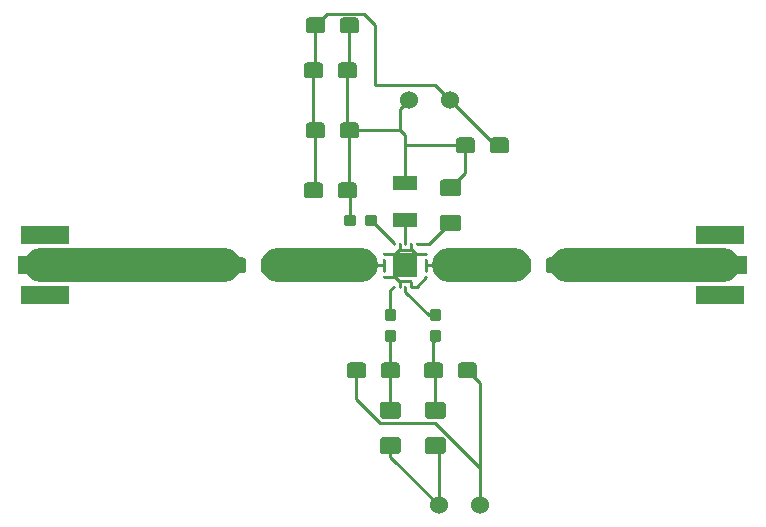
<source format=gbr>
G04 #@! TF.GenerationSoftware,KiCad,Pcbnew,5.1.2-f72e74a~84~ubuntu18.04.1*
G04 #@! TF.CreationDate,2019-07-08T14:48:40+02:00*
G04 #@! TF.ProjectId,ampli_rf_kicad,616d706c-695f-4726-965f-6b696361642e,rev?*
G04 #@! TF.SameCoordinates,Original*
G04 #@! TF.FileFunction,Copper,L1,Top*
G04 #@! TF.FilePolarity,Positive*
%FSLAX46Y46*%
G04 Gerber Fmt 4.6, Leading zero omitted, Abs format (unit mm)*
G04 Created by KiCad (PCBNEW 5.1.2-f72e74a~84~ubuntu18.04.1) date 2019-07-08 14:48:40*
%MOMM*%
%LPD*%
G04 APERTURE LIST*
%ADD10R,4.060000X1.520000*%
%ADD11R,4.600000X1.520000*%
%ADD12C,1.524000*%
%ADD13R,2.150000X2.150000*%
%ADD14R,0.230000X0.230000*%
%ADD15C,0.100000*%
%ADD16C,1.425000*%
%ADD17C,0.950000*%
%ADD18R,2.000000X1.200000*%
%ADD19C,1.350000*%
%ADD20C,0.800000*%
%ADD21C,0.250000*%
%ADD22C,2.900000*%
G04 APERTURE END LIST*
D10*
X173990000Y-127000000D03*
X173990000Y-121920000D03*
D11*
X173990000Y-124460000D03*
D10*
X116840000Y-121920000D03*
X116840000Y-127000000D03*
D11*
X116840000Y-124460000D03*
D12*
X153670000Y-144780000D03*
X150170000Y-144780000D03*
D13*
X147320000Y-124460000D03*
D14*
X146320000Y-122675000D03*
X146820000Y-122675000D03*
X147320000Y-122675000D03*
X147820000Y-122675000D03*
X148320000Y-122675000D03*
X149105000Y-123460000D03*
X149105000Y-123960000D03*
X149105000Y-124460000D03*
X149105000Y-124960000D03*
X149105000Y-125460000D03*
X148320000Y-126245000D03*
X147820000Y-126245000D03*
X147320000Y-126245000D03*
X146820000Y-126245000D03*
X146320000Y-126245000D03*
X145535000Y-125460000D03*
X145535000Y-124960000D03*
X145535000Y-124460000D03*
X145535000Y-123960000D03*
X145535000Y-123460000D03*
D15*
G36*
X150509504Y-138988704D02*
G01*
X150533773Y-138992304D01*
X150557571Y-138998265D01*
X150580671Y-139006530D01*
X150602849Y-139017020D01*
X150623893Y-139029633D01*
X150643598Y-139044247D01*
X150661777Y-139060723D01*
X150678253Y-139078902D01*
X150692867Y-139098607D01*
X150705480Y-139119651D01*
X150715970Y-139141829D01*
X150724235Y-139164929D01*
X150730196Y-139188727D01*
X150733796Y-139212996D01*
X150735000Y-139237500D01*
X150735000Y-140162500D01*
X150733796Y-140187004D01*
X150730196Y-140211273D01*
X150724235Y-140235071D01*
X150715970Y-140258171D01*
X150705480Y-140280349D01*
X150692867Y-140301393D01*
X150678253Y-140321098D01*
X150661777Y-140339277D01*
X150643598Y-140355753D01*
X150623893Y-140370367D01*
X150602849Y-140382980D01*
X150580671Y-140393470D01*
X150557571Y-140401735D01*
X150533773Y-140407696D01*
X150509504Y-140411296D01*
X150485000Y-140412500D01*
X149235000Y-140412500D01*
X149210496Y-140411296D01*
X149186227Y-140407696D01*
X149162429Y-140401735D01*
X149139329Y-140393470D01*
X149117151Y-140382980D01*
X149096107Y-140370367D01*
X149076402Y-140355753D01*
X149058223Y-140339277D01*
X149041747Y-140321098D01*
X149027133Y-140301393D01*
X149014520Y-140280349D01*
X149004030Y-140258171D01*
X148995765Y-140235071D01*
X148989804Y-140211273D01*
X148986204Y-140187004D01*
X148985000Y-140162500D01*
X148985000Y-139237500D01*
X148986204Y-139212996D01*
X148989804Y-139188727D01*
X148995765Y-139164929D01*
X149004030Y-139141829D01*
X149014520Y-139119651D01*
X149027133Y-139098607D01*
X149041747Y-139078902D01*
X149058223Y-139060723D01*
X149076402Y-139044247D01*
X149096107Y-139029633D01*
X149117151Y-139017020D01*
X149139329Y-139006530D01*
X149162429Y-138998265D01*
X149186227Y-138992304D01*
X149210496Y-138988704D01*
X149235000Y-138987500D01*
X150485000Y-138987500D01*
X150509504Y-138988704D01*
X150509504Y-138988704D01*
G37*
D16*
X149860000Y-139700000D03*
D15*
G36*
X150509504Y-136013704D02*
G01*
X150533773Y-136017304D01*
X150557571Y-136023265D01*
X150580671Y-136031530D01*
X150602849Y-136042020D01*
X150623893Y-136054633D01*
X150643598Y-136069247D01*
X150661777Y-136085723D01*
X150678253Y-136103902D01*
X150692867Y-136123607D01*
X150705480Y-136144651D01*
X150715970Y-136166829D01*
X150724235Y-136189929D01*
X150730196Y-136213727D01*
X150733796Y-136237996D01*
X150735000Y-136262500D01*
X150735000Y-137187500D01*
X150733796Y-137212004D01*
X150730196Y-137236273D01*
X150724235Y-137260071D01*
X150715970Y-137283171D01*
X150705480Y-137305349D01*
X150692867Y-137326393D01*
X150678253Y-137346098D01*
X150661777Y-137364277D01*
X150643598Y-137380753D01*
X150623893Y-137395367D01*
X150602849Y-137407980D01*
X150580671Y-137418470D01*
X150557571Y-137426735D01*
X150533773Y-137432696D01*
X150509504Y-137436296D01*
X150485000Y-137437500D01*
X149235000Y-137437500D01*
X149210496Y-137436296D01*
X149186227Y-137432696D01*
X149162429Y-137426735D01*
X149139329Y-137418470D01*
X149117151Y-137407980D01*
X149096107Y-137395367D01*
X149076402Y-137380753D01*
X149058223Y-137364277D01*
X149041747Y-137346098D01*
X149027133Y-137326393D01*
X149014520Y-137305349D01*
X149004030Y-137283171D01*
X148995765Y-137260071D01*
X148989804Y-137236273D01*
X148986204Y-137212004D01*
X148985000Y-137187500D01*
X148985000Y-136262500D01*
X148986204Y-136237996D01*
X148989804Y-136213727D01*
X148995765Y-136189929D01*
X149004030Y-136166829D01*
X149014520Y-136144651D01*
X149027133Y-136123607D01*
X149041747Y-136103902D01*
X149058223Y-136085723D01*
X149076402Y-136069247D01*
X149096107Y-136054633D01*
X149117151Y-136042020D01*
X149139329Y-136031530D01*
X149162429Y-136023265D01*
X149186227Y-136017304D01*
X149210496Y-136013704D01*
X149235000Y-136012500D01*
X150485000Y-136012500D01*
X150509504Y-136013704D01*
X150509504Y-136013704D01*
G37*
D16*
X149860000Y-136725000D03*
D15*
G36*
X146699504Y-138988704D02*
G01*
X146723773Y-138992304D01*
X146747571Y-138998265D01*
X146770671Y-139006530D01*
X146792849Y-139017020D01*
X146813893Y-139029633D01*
X146833598Y-139044247D01*
X146851777Y-139060723D01*
X146868253Y-139078902D01*
X146882867Y-139098607D01*
X146895480Y-139119651D01*
X146905970Y-139141829D01*
X146914235Y-139164929D01*
X146920196Y-139188727D01*
X146923796Y-139212996D01*
X146925000Y-139237500D01*
X146925000Y-140162500D01*
X146923796Y-140187004D01*
X146920196Y-140211273D01*
X146914235Y-140235071D01*
X146905970Y-140258171D01*
X146895480Y-140280349D01*
X146882867Y-140301393D01*
X146868253Y-140321098D01*
X146851777Y-140339277D01*
X146833598Y-140355753D01*
X146813893Y-140370367D01*
X146792849Y-140382980D01*
X146770671Y-140393470D01*
X146747571Y-140401735D01*
X146723773Y-140407696D01*
X146699504Y-140411296D01*
X146675000Y-140412500D01*
X145425000Y-140412500D01*
X145400496Y-140411296D01*
X145376227Y-140407696D01*
X145352429Y-140401735D01*
X145329329Y-140393470D01*
X145307151Y-140382980D01*
X145286107Y-140370367D01*
X145266402Y-140355753D01*
X145248223Y-140339277D01*
X145231747Y-140321098D01*
X145217133Y-140301393D01*
X145204520Y-140280349D01*
X145194030Y-140258171D01*
X145185765Y-140235071D01*
X145179804Y-140211273D01*
X145176204Y-140187004D01*
X145175000Y-140162500D01*
X145175000Y-139237500D01*
X145176204Y-139212996D01*
X145179804Y-139188727D01*
X145185765Y-139164929D01*
X145194030Y-139141829D01*
X145204520Y-139119651D01*
X145217133Y-139098607D01*
X145231747Y-139078902D01*
X145248223Y-139060723D01*
X145266402Y-139044247D01*
X145286107Y-139029633D01*
X145307151Y-139017020D01*
X145329329Y-139006530D01*
X145352429Y-138998265D01*
X145376227Y-138992304D01*
X145400496Y-138988704D01*
X145425000Y-138987500D01*
X146675000Y-138987500D01*
X146699504Y-138988704D01*
X146699504Y-138988704D01*
G37*
D16*
X146050000Y-139700000D03*
D15*
G36*
X146699504Y-136013704D02*
G01*
X146723773Y-136017304D01*
X146747571Y-136023265D01*
X146770671Y-136031530D01*
X146792849Y-136042020D01*
X146813893Y-136054633D01*
X146833598Y-136069247D01*
X146851777Y-136085723D01*
X146868253Y-136103902D01*
X146882867Y-136123607D01*
X146895480Y-136144651D01*
X146905970Y-136166829D01*
X146914235Y-136189929D01*
X146920196Y-136213727D01*
X146923796Y-136237996D01*
X146925000Y-136262500D01*
X146925000Y-137187500D01*
X146923796Y-137212004D01*
X146920196Y-137236273D01*
X146914235Y-137260071D01*
X146905970Y-137283171D01*
X146895480Y-137305349D01*
X146882867Y-137326393D01*
X146868253Y-137346098D01*
X146851777Y-137364277D01*
X146833598Y-137380753D01*
X146813893Y-137395367D01*
X146792849Y-137407980D01*
X146770671Y-137418470D01*
X146747571Y-137426735D01*
X146723773Y-137432696D01*
X146699504Y-137436296D01*
X146675000Y-137437500D01*
X145425000Y-137437500D01*
X145400496Y-137436296D01*
X145376227Y-137432696D01*
X145352429Y-137426735D01*
X145329329Y-137418470D01*
X145307151Y-137407980D01*
X145286107Y-137395367D01*
X145266402Y-137380753D01*
X145248223Y-137364277D01*
X145231747Y-137346098D01*
X145217133Y-137326393D01*
X145204520Y-137305349D01*
X145194030Y-137283171D01*
X145185765Y-137260071D01*
X145179804Y-137236273D01*
X145176204Y-137212004D01*
X145175000Y-137187500D01*
X145175000Y-136262500D01*
X145176204Y-136237996D01*
X145179804Y-136213727D01*
X145185765Y-136189929D01*
X145194030Y-136166829D01*
X145204520Y-136144651D01*
X145217133Y-136123607D01*
X145231747Y-136103902D01*
X145248223Y-136085723D01*
X145266402Y-136069247D01*
X145286107Y-136054633D01*
X145307151Y-136042020D01*
X145329329Y-136031530D01*
X145352429Y-136023265D01*
X145376227Y-136017304D01*
X145400496Y-136013704D01*
X145425000Y-136012500D01*
X146675000Y-136012500D01*
X146699504Y-136013704D01*
X146699504Y-136013704D01*
G37*
D16*
X146050000Y-136725000D03*
D15*
G36*
X151779504Y-120156204D02*
G01*
X151803773Y-120159804D01*
X151827571Y-120165765D01*
X151850671Y-120174030D01*
X151872849Y-120184520D01*
X151893893Y-120197133D01*
X151913598Y-120211747D01*
X151931777Y-120228223D01*
X151948253Y-120246402D01*
X151962867Y-120266107D01*
X151975480Y-120287151D01*
X151985970Y-120309329D01*
X151994235Y-120332429D01*
X152000196Y-120356227D01*
X152003796Y-120380496D01*
X152005000Y-120405000D01*
X152005000Y-121330000D01*
X152003796Y-121354504D01*
X152000196Y-121378773D01*
X151994235Y-121402571D01*
X151985970Y-121425671D01*
X151975480Y-121447849D01*
X151962867Y-121468893D01*
X151948253Y-121488598D01*
X151931777Y-121506777D01*
X151913598Y-121523253D01*
X151893893Y-121537867D01*
X151872849Y-121550480D01*
X151850671Y-121560970D01*
X151827571Y-121569235D01*
X151803773Y-121575196D01*
X151779504Y-121578796D01*
X151755000Y-121580000D01*
X150505000Y-121580000D01*
X150480496Y-121578796D01*
X150456227Y-121575196D01*
X150432429Y-121569235D01*
X150409329Y-121560970D01*
X150387151Y-121550480D01*
X150366107Y-121537867D01*
X150346402Y-121523253D01*
X150328223Y-121506777D01*
X150311747Y-121488598D01*
X150297133Y-121468893D01*
X150284520Y-121447849D01*
X150274030Y-121425671D01*
X150265765Y-121402571D01*
X150259804Y-121378773D01*
X150256204Y-121354504D01*
X150255000Y-121330000D01*
X150255000Y-120405000D01*
X150256204Y-120380496D01*
X150259804Y-120356227D01*
X150265765Y-120332429D01*
X150274030Y-120309329D01*
X150284520Y-120287151D01*
X150297133Y-120266107D01*
X150311747Y-120246402D01*
X150328223Y-120228223D01*
X150346402Y-120211747D01*
X150366107Y-120197133D01*
X150387151Y-120184520D01*
X150409329Y-120174030D01*
X150432429Y-120165765D01*
X150456227Y-120159804D01*
X150480496Y-120156204D01*
X150505000Y-120155000D01*
X151755000Y-120155000D01*
X151779504Y-120156204D01*
X151779504Y-120156204D01*
G37*
D16*
X151130000Y-120867500D03*
D15*
G36*
X151779504Y-117181204D02*
G01*
X151803773Y-117184804D01*
X151827571Y-117190765D01*
X151850671Y-117199030D01*
X151872849Y-117209520D01*
X151893893Y-117222133D01*
X151913598Y-117236747D01*
X151931777Y-117253223D01*
X151948253Y-117271402D01*
X151962867Y-117291107D01*
X151975480Y-117312151D01*
X151985970Y-117334329D01*
X151994235Y-117357429D01*
X152000196Y-117381227D01*
X152003796Y-117405496D01*
X152005000Y-117430000D01*
X152005000Y-118355000D01*
X152003796Y-118379504D01*
X152000196Y-118403773D01*
X151994235Y-118427571D01*
X151985970Y-118450671D01*
X151975480Y-118472849D01*
X151962867Y-118493893D01*
X151948253Y-118513598D01*
X151931777Y-118531777D01*
X151913598Y-118548253D01*
X151893893Y-118562867D01*
X151872849Y-118575480D01*
X151850671Y-118585970D01*
X151827571Y-118594235D01*
X151803773Y-118600196D01*
X151779504Y-118603796D01*
X151755000Y-118605000D01*
X150505000Y-118605000D01*
X150480496Y-118603796D01*
X150456227Y-118600196D01*
X150432429Y-118594235D01*
X150409329Y-118585970D01*
X150387151Y-118575480D01*
X150366107Y-118562867D01*
X150346402Y-118548253D01*
X150328223Y-118531777D01*
X150311747Y-118513598D01*
X150297133Y-118493893D01*
X150284520Y-118472849D01*
X150274030Y-118450671D01*
X150265765Y-118427571D01*
X150259804Y-118403773D01*
X150256204Y-118379504D01*
X150255000Y-118355000D01*
X150255000Y-117430000D01*
X150256204Y-117405496D01*
X150259804Y-117381227D01*
X150265765Y-117357429D01*
X150274030Y-117334329D01*
X150284520Y-117312151D01*
X150297133Y-117291107D01*
X150311747Y-117271402D01*
X150328223Y-117253223D01*
X150346402Y-117236747D01*
X150366107Y-117222133D01*
X150387151Y-117209520D01*
X150409329Y-117199030D01*
X150432429Y-117190765D01*
X150456227Y-117184804D01*
X150480496Y-117181204D01*
X150505000Y-117180000D01*
X151755000Y-117180000D01*
X151779504Y-117181204D01*
X151779504Y-117181204D01*
G37*
D16*
X151130000Y-117892500D03*
D15*
G36*
X146310779Y-129891144D02*
G01*
X146333834Y-129894563D01*
X146356443Y-129900227D01*
X146378387Y-129908079D01*
X146399457Y-129918044D01*
X146419448Y-129930026D01*
X146438168Y-129943910D01*
X146455438Y-129959562D01*
X146471090Y-129976832D01*
X146484974Y-129995552D01*
X146496956Y-130015543D01*
X146506921Y-130036613D01*
X146514773Y-130058557D01*
X146520437Y-130081166D01*
X146523856Y-130104221D01*
X146525000Y-130127500D01*
X146525000Y-130702500D01*
X146523856Y-130725779D01*
X146520437Y-130748834D01*
X146514773Y-130771443D01*
X146506921Y-130793387D01*
X146496956Y-130814457D01*
X146484974Y-130834448D01*
X146471090Y-130853168D01*
X146455438Y-130870438D01*
X146438168Y-130886090D01*
X146419448Y-130899974D01*
X146399457Y-130911956D01*
X146378387Y-130921921D01*
X146356443Y-130929773D01*
X146333834Y-130935437D01*
X146310779Y-130938856D01*
X146287500Y-130940000D01*
X145812500Y-130940000D01*
X145789221Y-130938856D01*
X145766166Y-130935437D01*
X145743557Y-130929773D01*
X145721613Y-130921921D01*
X145700543Y-130911956D01*
X145680552Y-130899974D01*
X145661832Y-130886090D01*
X145644562Y-130870438D01*
X145628910Y-130853168D01*
X145615026Y-130834448D01*
X145603044Y-130814457D01*
X145593079Y-130793387D01*
X145585227Y-130771443D01*
X145579563Y-130748834D01*
X145576144Y-130725779D01*
X145575000Y-130702500D01*
X145575000Y-130127500D01*
X145576144Y-130104221D01*
X145579563Y-130081166D01*
X145585227Y-130058557D01*
X145593079Y-130036613D01*
X145603044Y-130015543D01*
X145615026Y-129995552D01*
X145628910Y-129976832D01*
X145644562Y-129959562D01*
X145661832Y-129943910D01*
X145680552Y-129930026D01*
X145700543Y-129918044D01*
X145721613Y-129908079D01*
X145743557Y-129900227D01*
X145766166Y-129894563D01*
X145789221Y-129891144D01*
X145812500Y-129890000D01*
X146287500Y-129890000D01*
X146310779Y-129891144D01*
X146310779Y-129891144D01*
G37*
D17*
X146050000Y-130415000D03*
D15*
G36*
X146310779Y-128141144D02*
G01*
X146333834Y-128144563D01*
X146356443Y-128150227D01*
X146378387Y-128158079D01*
X146399457Y-128168044D01*
X146419448Y-128180026D01*
X146438168Y-128193910D01*
X146455438Y-128209562D01*
X146471090Y-128226832D01*
X146484974Y-128245552D01*
X146496956Y-128265543D01*
X146506921Y-128286613D01*
X146514773Y-128308557D01*
X146520437Y-128331166D01*
X146523856Y-128354221D01*
X146525000Y-128377500D01*
X146525000Y-128952500D01*
X146523856Y-128975779D01*
X146520437Y-128998834D01*
X146514773Y-129021443D01*
X146506921Y-129043387D01*
X146496956Y-129064457D01*
X146484974Y-129084448D01*
X146471090Y-129103168D01*
X146455438Y-129120438D01*
X146438168Y-129136090D01*
X146419448Y-129149974D01*
X146399457Y-129161956D01*
X146378387Y-129171921D01*
X146356443Y-129179773D01*
X146333834Y-129185437D01*
X146310779Y-129188856D01*
X146287500Y-129190000D01*
X145812500Y-129190000D01*
X145789221Y-129188856D01*
X145766166Y-129185437D01*
X145743557Y-129179773D01*
X145721613Y-129171921D01*
X145700543Y-129161956D01*
X145680552Y-129149974D01*
X145661832Y-129136090D01*
X145644562Y-129120438D01*
X145628910Y-129103168D01*
X145615026Y-129084448D01*
X145603044Y-129064457D01*
X145593079Y-129043387D01*
X145585227Y-129021443D01*
X145579563Y-128998834D01*
X145576144Y-128975779D01*
X145575000Y-128952500D01*
X145575000Y-128377500D01*
X145576144Y-128354221D01*
X145579563Y-128331166D01*
X145585227Y-128308557D01*
X145593079Y-128286613D01*
X145603044Y-128265543D01*
X145615026Y-128245552D01*
X145628910Y-128226832D01*
X145644562Y-128209562D01*
X145661832Y-128193910D01*
X145680552Y-128180026D01*
X145700543Y-128168044D01*
X145721613Y-128158079D01*
X145743557Y-128150227D01*
X145766166Y-128144563D01*
X145789221Y-128141144D01*
X145812500Y-128140000D01*
X146287500Y-128140000D01*
X146310779Y-128141144D01*
X146310779Y-128141144D01*
G37*
D17*
X146050000Y-128665000D03*
D15*
G36*
X150120779Y-129891144D02*
G01*
X150143834Y-129894563D01*
X150166443Y-129900227D01*
X150188387Y-129908079D01*
X150209457Y-129918044D01*
X150229448Y-129930026D01*
X150248168Y-129943910D01*
X150265438Y-129959562D01*
X150281090Y-129976832D01*
X150294974Y-129995552D01*
X150306956Y-130015543D01*
X150316921Y-130036613D01*
X150324773Y-130058557D01*
X150330437Y-130081166D01*
X150333856Y-130104221D01*
X150335000Y-130127500D01*
X150335000Y-130702500D01*
X150333856Y-130725779D01*
X150330437Y-130748834D01*
X150324773Y-130771443D01*
X150316921Y-130793387D01*
X150306956Y-130814457D01*
X150294974Y-130834448D01*
X150281090Y-130853168D01*
X150265438Y-130870438D01*
X150248168Y-130886090D01*
X150229448Y-130899974D01*
X150209457Y-130911956D01*
X150188387Y-130921921D01*
X150166443Y-130929773D01*
X150143834Y-130935437D01*
X150120779Y-130938856D01*
X150097500Y-130940000D01*
X149622500Y-130940000D01*
X149599221Y-130938856D01*
X149576166Y-130935437D01*
X149553557Y-130929773D01*
X149531613Y-130921921D01*
X149510543Y-130911956D01*
X149490552Y-130899974D01*
X149471832Y-130886090D01*
X149454562Y-130870438D01*
X149438910Y-130853168D01*
X149425026Y-130834448D01*
X149413044Y-130814457D01*
X149403079Y-130793387D01*
X149395227Y-130771443D01*
X149389563Y-130748834D01*
X149386144Y-130725779D01*
X149385000Y-130702500D01*
X149385000Y-130127500D01*
X149386144Y-130104221D01*
X149389563Y-130081166D01*
X149395227Y-130058557D01*
X149403079Y-130036613D01*
X149413044Y-130015543D01*
X149425026Y-129995552D01*
X149438910Y-129976832D01*
X149454562Y-129959562D01*
X149471832Y-129943910D01*
X149490552Y-129930026D01*
X149510543Y-129918044D01*
X149531613Y-129908079D01*
X149553557Y-129900227D01*
X149576166Y-129894563D01*
X149599221Y-129891144D01*
X149622500Y-129890000D01*
X150097500Y-129890000D01*
X150120779Y-129891144D01*
X150120779Y-129891144D01*
G37*
D17*
X149860000Y-130415000D03*
D15*
G36*
X150120779Y-128141144D02*
G01*
X150143834Y-128144563D01*
X150166443Y-128150227D01*
X150188387Y-128158079D01*
X150209457Y-128168044D01*
X150229448Y-128180026D01*
X150248168Y-128193910D01*
X150265438Y-128209562D01*
X150281090Y-128226832D01*
X150294974Y-128245552D01*
X150306956Y-128265543D01*
X150316921Y-128286613D01*
X150324773Y-128308557D01*
X150330437Y-128331166D01*
X150333856Y-128354221D01*
X150335000Y-128377500D01*
X150335000Y-128952500D01*
X150333856Y-128975779D01*
X150330437Y-128998834D01*
X150324773Y-129021443D01*
X150316921Y-129043387D01*
X150306956Y-129064457D01*
X150294974Y-129084448D01*
X150281090Y-129103168D01*
X150265438Y-129120438D01*
X150248168Y-129136090D01*
X150229448Y-129149974D01*
X150209457Y-129161956D01*
X150188387Y-129171921D01*
X150166443Y-129179773D01*
X150143834Y-129185437D01*
X150120779Y-129188856D01*
X150097500Y-129190000D01*
X149622500Y-129190000D01*
X149599221Y-129188856D01*
X149576166Y-129185437D01*
X149553557Y-129179773D01*
X149531613Y-129171921D01*
X149510543Y-129161956D01*
X149490552Y-129149974D01*
X149471832Y-129136090D01*
X149454562Y-129120438D01*
X149438910Y-129103168D01*
X149425026Y-129084448D01*
X149413044Y-129064457D01*
X149403079Y-129043387D01*
X149395227Y-129021443D01*
X149389563Y-128998834D01*
X149386144Y-128975779D01*
X149385000Y-128952500D01*
X149385000Y-128377500D01*
X149386144Y-128354221D01*
X149389563Y-128331166D01*
X149395227Y-128308557D01*
X149403079Y-128286613D01*
X149413044Y-128265543D01*
X149425026Y-128245552D01*
X149438910Y-128226832D01*
X149454562Y-128209562D01*
X149471832Y-128193910D01*
X149490552Y-128180026D01*
X149510543Y-128168044D01*
X149531613Y-128158079D01*
X149553557Y-128150227D01*
X149576166Y-128144563D01*
X149599221Y-128141144D01*
X149622500Y-128140000D01*
X150097500Y-128140000D01*
X150120779Y-128141144D01*
X150120779Y-128141144D01*
G37*
D17*
X149860000Y-128665000D03*
D15*
G36*
X144695779Y-120176144D02*
G01*
X144718834Y-120179563D01*
X144741443Y-120185227D01*
X144763387Y-120193079D01*
X144784457Y-120203044D01*
X144804448Y-120215026D01*
X144823168Y-120228910D01*
X144840438Y-120244562D01*
X144856090Y-120261832D01*
X144869974Y-120280552D01*
X144881956Y-120300543D01*
X144891921Y-120321613D01*
X144899773Y-120343557D01*
X144905437Y-120366166D01*
X144908856Y-120389221D01*
X144910000Y-120412500D01*
X144910000Y-120887500D01*
X144908856Y-120910779D01*
X144905437Y-120933834D01*
X144899773Y-120956443D01*
X144891921Y-120978387D01*
X144881956Y-120999457D01*
X144869974Y-121019448D01*
X144856090Y-121038168D01*
X144840438Y-121055438D01*
X144823168Y-121071090D01*
X144804448Y-121084974D01*
X144784457Y-121096956D01*
X144763387Y-121106921D01*
X144741443Y-121114773D01*
X144718834Y-121120437D01*
X144695779Y-121123856D01*
X144672500Y-121125000D01*
X144097500Y-121125000D01*
X144074221Y-121123856D01*
X144051166Y-121120437D01*
X144028557Y-121114773D01*
X144006613Y-121106921D01*
X143985543Y-121096956D01*
X143965552Y-121084974D01*
X143946832Y-121071090D01*
X143929562Y-121055438D01*
X143913910Y-121038168D01*
X143900026Y-121019448D01*
X143888044Y-120999457D01*
X143878079Y-120978387D01*
X143870227Y-120956443D01*
X143864563Y-120933834D01*
X143861144Y-120910779D01*
X143860000Y-120887500D01*
X143860000Y-120412500D01*
X143861144Y-120389221D01*
X143864563Y-120366166D01*
X143870227Y-120343557D01*
X143878079Y-120321613D01*
X143888044Y-120300543D01*
X143900026Y-120280552D01*
X143913910Y-120261832D01*
X143929562Y-120244562D01*
X143946832Y-120228910D01*
X143965552Y-120215026D01*
X143985543Y-120203044D01*
X144006613Y-120193079D01*
X144028557Y-120185227D01*
X144051166Y-120179563D01*
X144074221Y-120176144D01*
X144097500Y-120175000D01*
X144672500Y-120175000D01*
X144695779Y-120176144D01*
X144695779Y-120176144D01*
G37*
D17*
X144385000Y-120650000D03*
D15*
G36*
X142945779Y-120176144D02*
G01*
X142968834Y-120179563D01*
X142991443Y-120185227D01*
X143013387Y-120193079D01*
X143034457Y-120203044D01*
X143054448Y-120215026D01*
X143073168Y-120228910D01*
X143090438Y-120244562D01*
X143106090Y-120261832D01*
X143119974Y-120280552D01*
X143131956Y-120300543D01*
X143141921Y-120321613D01*
X143149773Y-120343557D01*
X143155437Y-120366166D01*
X143158856Y-120389221D01*
X143160000Y-120412500D01*
X143160000Y-120887500D01*
X143158856Y-120910779D01*
X143155437Y-120933834D01*
X143149773Y-120956443D01*
X143141921Y-120978387D01*
X143131956Y-120999457D01*
X143119974Y-121019448D01*
X143106090Y-121038168D01*
X143090438Y-121055438D01*
X143073168Y-121071090D01*
X143054448Y-121084974D01*
X143034457Y-121096956D01*
X143013387Y-121106921D01*
X142991443Y-121114773D01*
X142968834Y-121120437D01*
X142945779Y-121123856D01*
X142922500Y-121125000D01*
X142347500Y-121125000D01*
X142324221Y-121123856D01*
X142301166Y-121120437D01*
X142278557Y-121114773D01*
X142256613Y-121106921D01*
X142235543Y-121096956D01*
X142215552Y-121084974D01*
X142196832Y-121071090D01*
X142179562Y-121055438D01*
X142163910Y-121038168D01*
X142150026Y-121019448D01*
X142138044Y-120999457D01*
X142128079Y-120978387D01*
X142120227Y-120956443D01*
X142114563Y-120933834D01*
X142111144Y-120910779D01*
X142110000Y-120887500D01*
X142110000Y-120412500D01*
X142111144Y-120389221D01*
X142114563Y-120366166D01*
X142120227Y-120343557D01*
X142128079Y-120321613D01*
X142138044Y-120300543D01*
X142150026Y-120280552D01*
X142163910Y-120261832D01*
X142179562Y-120244562D01*
X142196832Y-120228910D01*
X142215552Y-120215026D01*
X142235543Y-120203044D01*
X142256613Y-120193079D01*
X142278557Y-120185227D01*
X142301166Y-120179563D01*
X142324221Y-120176144D01*
X142347500Y-120175000D01*
X142922500Y-120175000D01*
X142945779Y-120176144D01*
X142945779Y-120176144D01*
G37*
D17*
X142635000Y-120650000D03*
D18*
X147320000Y-120650000D03*
X147320000Y-117450000D03*
D12*
X151130000Y-110490000D03*
X147630000Y-110490000D03*
D15*
G36*
X140262005Y-103466204D02*
G01*
X140286273Y-103469804D01*
X140310072Y-103475765D01*
X140333171Y-103484030D01*
X140355350Y-103494520D01*
X140376393Y-103507132D01*
X140396099Y-103521747D01*
X140414277Y-103538223D01*
X140430753Y-103556401D01*
X140445368Y-103576107D01*
X140457980Y-103597150D01*
X140468470Y-103619329D01*
X140476735Y-103642428D01*
X140482696Y-103666227D01*
X140486296Y-103690495D01*
X140487500Y-103714999D01*
X140487500Y-104565001D01*
X140486296Y-104589505D01*
X140482696Y-104613773D01*
X140476735Y-104637572D01*
X140468470Y-104660671D01*
X140457980Y-104682850D01*
X140445368Y-104703893D01*
X140430753Y-104723599D01*
X140414277Y-104741777D01*
X140396099Y-104758253D01*
X140376393Y-104772868D01*
X140355350Y-104785480D01*
X140333171Y-104795970D01*
X140310072Y-104804235D01*
X140286273Y-104810196D01*
X140262005Y-104813796D01*
X140237501Y-104815000D01*
X139162499Y-104815000D01*
X139137995Y-104813796D01*
X139113727Y-104810196D01*
X139089928Y-104804235D01*
X139066829Y-104795970D01*
X139044650Y-104785480D01*
X139023607Y-104772868D01*
X139003901Y-104758253D01*
X138985723Y-104741777D01*
X138969247Y-104723599D01*
X138954632Y-104703893D01*
X138942020Y-104682850D01*
X138931530Y-104660671D01*
X138923265Y-104637572D01*
X138917304Y-104613773D01*
X138913704Y-104589505D01*
X138912500Y-104565001D01*
X138912500Y-103714999D01*
X138913704Y-103690495D01*
X138917304Y-103666227D01*
X138923265Y-103642428D01*
X138931530Y-103619329D01*
X138942020Y-103597150D01*
X138954632Y-103576107D01*
X138969247Y-103556401D01*
X138985723Y-103538223D01*
X139003901Y-103521747D01*
X139023607Y-103507132D01*
X139044650Y-103494520D01*
X139066829Y-103484030D01*
X139089928Y-103475765D01*
X139113727Y-103469804D01*
X139137995Y-103466204D01*
X139162499Y-103465000D01*
X140237501Y-103465000D01*
X140262005Y-103466204D01*
X140262005Y-103466204D01*
G37*
D19*
X139700000Y-104140000D03*
D15*
G36*
X143137005Y-103466204D02*
G01*
X143161273Y-103469804D01*
X143185072Y-103475765D01*
X143208171Y-103484030D01*
X143230350Y-103494520D01*
X143251393Y-103507132D01*
X143271099Y-103521747D01*
X143289277Y-103538223D01*
X143305753Y-103556401D01*
X143320368Y-103576107D01*
X143332980Y-103597150D01*
X143343470Y-103619329D01*
X143351735Y-103642428D01*
X143357696Y-103666227D01*
X143361296Y-103690495D01*
X143362500Y-103714999D01*
X143362500Y-104565001D01*
X143361296Y-104589505D01*
X143357696Y-104613773D01*
X143351735Y-104637572D01*
X143343470Y-104660671D01*
X143332980Y-104682850D01*
X143320368Y-104703893D01*
X143305753Y-104723599D01*
X143289277Y-104741777D01*
X143271099Y-104758253D01*
X143251393Y-104772868D01*
X143230350Y-104785480D01*
X143208171Y-104795970D01*
X143185072Y-104804235D01*
X143161273Y-104810196D01*
X143137005Y-104813796D01*
X143112501Y-104815000D01*
X142037499Y-104815000D01*
X142012995Y-104813796D01*
X141988727Y-104810196D01*
X141964928Y-104804235D01*
X141941829Y-104795970D01*
X141919650Y-104785480D01*
X141898607Y-104772868D01*
X141878901Y-104758253D01*
X141860723Y-104741777D01*
X141844247Y-104723599D01*
X141829632Y-104703893D01*
X141817020Y-104682850D01*
X141806530Y-104660671D01*
X141798265Y-104637572D01*
X141792304Y-104613773D01*
X141788704Y-104589505D01*
X141787500Y-104565001D01*
X141787500Y-103714999D01*
X141788704Y-103690495D01*
X141792304Y-103666227D01*
X141798265Y-103642428D01*
X141806530Y-103619329D01*
X141817020Y-103597150D01*
X141829632Y-103576107D01*
X141844247Y-103556401D01*
X141860723Y-103538223D01*
X141878901Y-103521747D01*
X141898607Y-103507132D01*
X141919650Y-103494520D01*
X141941829Y-103484030D01*
X141964928Y-103475765D01*
X141988727Y-103469804D01*
X142012995Y-103466204D01*
X142037499Y-103465000D01*
X143112501Y-103465000D01*
X143137005Y-103466204D01*
X143137005Y-103466204D01*
G37*
D19*
X142575000Y-104140000D03*
D15*
G36*
X150254505Y-132676204D02*
G01*
X150278773Y-132679804D01*
X150302572Y-132685765D01*
X150325671Y-132694030D01*
X150347850Y-132704520D01*
X150368893Y-132717132D01*
X150388599Y-132731747D01*
X150406777Y-132748223D01*
X150423253Y-132766401D01*
X150437868Y-132786107D01*
X150450480Y-132807150D01*
X150460970Y-132829329D01*
X150469235Y-132852428D01*
X150475196Y-132876227D01*
X150478796Y-132900495D01*
X150480000Y-132924999D01*
X150480000Y-133775001D01*
X150478796Y-133799505D01*
X150475196Y-133823773D01*
X150469235Y-133847572D01*
X150460970Y-133870671D01*
X150450480Y-133892850D01*
X150437868Y-133913893D01*
X150423253Y-133933599D01*
X150406777Y-133951777D01*
X150388599Y-133968253D01*
X150368893Y-133982868D01*
X150347850Y-133995480D01*
X150325671Y-134005970D01*
X150302572Y-134014235D01*
X150278773Y-134020196D01*
X150254505Y-134023796D01*
X150230001Y-134025000D01*
X149154999Y-134025000D01*
X149130495Y-134023796D01*
X149106227Y-134020196D01*
X149082428Y-134014235D01*
X149059329Y-134005970D01*
X149037150Y-133995480D01*
X149016107Y-133982868D01*
X148996401Y-133968253D01*
X148978223Y-133951777D01*
X148961747Y-133933599D01*
X148947132Y-133913893D01*
X148934520Y-133892850D01*
X148924030Y-133870671D01*
X148915765Y-133847572D01*
X148909804Y-133823773D01*
X148906204Y-133799505D01*
X148905000Y-133775001D01*
X148905000Y-132924999D01*
X148906204Y-132900495D01*
X148909804Y-132876227D01*
X148915765Y-132852428D01*
X148924030Y-132829329D01*
X148934520Y-132807150D01*
X148947132Y-132786107D01*
X148961747Y-132766401D01*
X148978223Y-132748223D01*
X148996401Y-132731747D01*
X149016107Y-132717132D01*
X149037150Y-132704520D01*
X149059329Y-132694030D01*
X149082428Y-132685765D01*
X149106227Y-132679804D01*
X149130495Y-132676204D01*
X149154999Y-132675000D01*
X150230001Y-132675000D01*
X150254505Y-132676204D01*
X150254505Y-132676204D01*
G37*
D19*
X149692500Y-133350000D03*
D15*
G36*
X153129505Y-132676204D02*
G01*
X153153773Y-132679804D01*
X153177572Y-132685765D01*
X153200671Y-132694030D01*
X153222850Y-132704520D01*
X153243893Y-132717132D01*
X153263599Y-132731747D01*
X153281777Y-132748223D01*
X153298253Y-132766401D01*
X153312868Y-132786107D01*
X153325480Y-132807150D01*
X153335970Y-132829329D01*
X153344235Y-132852428D01*
X153350196Y-132876227D01*
X153353796Y-132900495D01*
X153355000Y-132924999D01*
X153355000Y-133775001D01*
X153353796Y-133799505D01*
X153350196Y-133823773D01*
X153344235Y-133847572D01*
X153335970Y-133870671D01*
X153325480Y-133892850D01*
X153312868Y-133913893D01*
X153298253Y-133933599D01*
X153281777Y-133951777D01*
X153263599Y-133968253D01*
X153243893Y-133982868D01*
X153222850Y-133995480D01*
X153200671Y-134005970D01*
X153177572Y-134014235D01*
X153153773Y-134020196D01*
X153129505Y-134023796D01*
X153105001Y-134025000D01*
X152029999Y-134025000D01*
X152005495Y-134023796D01*
X151981227Y-134020196D01*
X151957428Y-134014235D01*
X151934329Y-134005970D01*
X151912150Y-133995480D01*
X151891107Y-133982868D01*
X151871401Y-133968253D01*
X151853223Y-133951777D01*
X151836747Y-133933599D01*
X151822132Y-133913893D01*
X151809520Y-133892850D01*
X151799030Y-133870671D01*
X151790765Y-133847572D01*
X151784804Y-133823773D01*
X151781204Y-133799505D01*
X151780000Y-133775001D01*
X151780000Y-132924999D01*
X151781204Y-132900495D01*
X151784804Y-132876227D01*
X151790765Y-132852428D01*
X151799030Y-132829329D01*
X151809520Y-132807150D01*
X151822132Y-132786107D01*
X151836747Y-132766401D01*
X151853223Y-132748223D01*
X151871401Y-132731747D01*
X151891107Y-132717132D01*
X151912150Y-132704520D01*
X151934329Y-132694030D01*
X151957428Y-132685765D01*
X151981227Y-132679804D01*
X152005495Y-132676204D01*
X152029999Y-132675000D01*
X153105001Y-132675000D01*
X153129505Y-132676204D01*
X153129505Y-132676204D01*
G37*
D19*
X152567500Y-133350000D03*
D15*
G36*
X133577005Y-123786204D02*
G01*
X133601273Y-123789804D01*
X133625072Y-123795765D01*
X133648171Y-123804030D01*
X133670350Y-123814520D01*
X133691393Y-123827132D01*
X133711099Y-123841747D01*
X133729277Y-123858223D01*
X133745753Y-123876401D01*
X133760368Y-123896107D01*
X133772980Y-123917150D01*
X133783470Y-123939329D01*
X133791735Y-123962428D01*
X133797696Y-123986227D01*
X133801296Y-124010495D01*
X133802500Y-124034999D01*
X133802500Y-124885001D01*
X133801296Y-124909505D01*
X133797696Y-124933773D01*
X133791735Y-124957572D01*
X133783470Y-124980671D01*
X133772980Y-125002850D01*
X133760368Y-125023893D01*
X133745753Y-125043599D01*
X133729277Y-125061777D01*
X133711099Y-125078253D01*
X133691393Y-125092868D01*
X133670350Y-125105480D01*
X133648171Y-125115970D01*
X133625072Y-125124235D01*
X133601273Y-125130196D01*
X133577005Y-125133796D01*
X133552501Y-125135000D01*
X132477499Y-125135000D01*
X132452995Y-125133796D01*
X132428727Y-125130196D01*
X132404928Y-125124235D01*
X132381829Y-125115970D01*
X132359650Y-125105480D01*
X132338607Y-125092868D01*
X132318901Y-125078253D01*
X132300723Y-125061777D01*
X132284247Y-125043599D01*
X132269632Y-125023893D01*
X132257020Y-125002850D01*
X132246530Y-124980671D01*
X132238265Y-124957572D01*
X132232304Y-124933773D01*
X132228704Y-124909505D01*
X132227500Y-124885001D01*
X132227500Y-124034999D01*
X132228704Y-124010495D01*
X132232304Y-123986227D01*
X132238265Y-123962428D01*
X132246530Y-123939329D01*
X132257020Y-123917150D01*
X132269632Y-123896107D01*
X132284247Y-123876401D01*
X132300723Y-123858223D01*
X132318901Y-123841747D01*
X132338607Y-123827132D01*
X132359650Y-123814520D01*
X132381829Y-123804030D01*
X132404928Y-123795765D01*
X132428727Y-123789804D01*
X132452995Y-123786204D01*
X132477499Y-123785000D01*
X133552501Y-123785000D01*
X133577005Y-123786204D01*
X133577005Y-123786204D01*
G37*
D19*
X133015000Y-124460000D03*
D15*
G36*
X136452005Y-123786204D02*
G01*
X136476273Y-123789804D01*
X136500072Y-123795765D01*
X136523171Y-123804030D01*
X136545350Y-123814520D01*
X136566393Y-123827132D01*
X136586099Y-123841747D01*
X136604277Y-123858223D01*
X136620753Y-123876401D01*
X136635368Y-123896107D01*
X136647980Y-123917150D01*
X136658470Y-123939329D01*
X136666735Y-123962428D01*
X136672696Y-123986227D01*
X136676296Y-124010495D01*
X136677500Y-124034999D01*
X136677500Y-124885001D01*
X136676296Y-124909505D01*
X136672696Y-124933773D01*
X136666735Y-124957572D01*
X136658470Y-124980671D01*
X136647980Y-125002850D01*
X136635368Y-125023893D01*
X136620753Y-125043599D01*
X136604277Y-125061777D01*
X136586099Y-125078253D01*
X136566393Y-125092868D01*
X136545350Y-125105480D01*
X136523171Y-125115970D01*
X136500072Y-125124235D01*
X136476273Y-125130196D01*
X136452005Y-125133796D01*
X136427501Y-125135000D01*
X135352499Y-125135000D01*
X135327995Y-125133796D01*
X135303727Y-125130196D01*
X135279928Y-125124235D01*
X135256829Y-125115970D01*
X135234650Y-125105480D01*
X135213607Y-125092868D01*
X135193901Y-125078253D01*
X135175723Y-125061777D01*
X135159247Y-125043599D01*
X135144632Y-125023893D01*
X135132020Y-125002850D01*
X135121530Y-124980671D01*
X135113265Y-124957572D01*
X135107304Y-124933773D01*
X135103704Y-124909505D01*
X135102500Y-124885001D01*
X135102500Y-124034999D01*
X135103704Y-124010495D01*
X135107304Y-123986227D01*
X135113265Y-123962428D01*
X135121530Y-123939329D01*
X135132020Y-123917150D01*
X135144632Y-123896107D01*
X135159247Y-123876401D01*
X135175723Y-123858223D01*
X135193901Y-123841747D01*
X135213607Y-123827132D01*
X135234650Y-123814520D01*
X135256829Y-123804030D01*
X135279928Y-123795765D01*
X135303727Y-123789804D01*
X135327995Y-123786204D01*
X135352499Y-123785000D01*
X136427501Y-123785000D01*
X136452005Y-123786204D01*
X136452005Y-123786204D01*
G37*
D19*
X135890000Y-124460000D03*
D15*
G36*
X152962005Y-113626204D02*
G01*
X152986273Y-113629804D01*
X153010072Y-113635765D01*
X153033171Y-113644030D01*
X153055350Y-113654520D01*
X153076393Y-113667132D01*
X153096099Y-113681747D01*
X153114277Y-113698223D01*
X153130753Y-113716401D01*
X153145368Y-113736107D01*
X153157980Y-113757150D01*
X153168470Y-113779329D01*
X153176735Y-113802428D01*
X153182696Y-113826227D01*
X153186296Y-113850495D01*
X153187500Y-113874999D01*
X153187500Y-114725001D01*
X153186296Y-114749505D01*
X153182696Y-114773773D01*
X153176735Y-114797572D01*
X153168470Y-114820671D01*
X153157980Y-114842850D01*
X153145368Y-114863893D01*
X153130753Y-114883599D01*
X153114277Y-114901777D01*
X153096099Y-114918253D01*
X153076393Y-114932868D01*
X153055350Y-114945480D01*
X153033171Y-114955970D01*
X153010072Y-114964235D01*
X152986273Y-114970196D01*
X152962005Y-114973796D01*
X152937501Y-114975000D01*
X151862499Y-114975000D01*
X151837995Y-114973796D01*
X151813727Y-114970196D01*
X151789928Y-114964235D01*
X151766829Y-114955970D01*
X151744650Y-114945480D01*
X151723607Y-114932868D01*
X151703901Y-114918253D01*
X151685723Y-114901777D01*
X151669247Y-114883599D01*
X151654632Y-114863893D01*
X151642020Y-114842850D01*
X151631530Y-114820671D01*
X151623265Y-114797572D01*
X151617304Y-114773773D01*
X151613704Y-114749505D01*
X151612500Y-114725001D01*
X151612500Y-113874999D01*
X151613704Y-113850495D01*
X151617304Y-113826227D01*
X151623265Y-113802428D01*
X151631530Y-113779329D01*
X151642020Y-113757150D01*
X151654632Y-113736107D01*
X151669247Y-113716401D01*
X151685723Y-113698223D01*
X151703901Y-113681747D01*
X151723607Y-113667132D01*
X151744650Y-113654520D01*
X151766829Y-113644030D01*
X151789928Y-113635765D01*
X151813727Y-113629804D01*
X151837995Y-113626204D01*
X151862499Y-113625000D01*
X152937501Y-113625000D01*
X152962005Y-113626204D01*
X152962005Y-113626204D01*
G37*
D19*
X152400000Y-114300000D03*
D15*
G36*
X155837005Y-113626204D02*
G01*
X155861273Y-113629804D01*
X155885072Y-113635765D01*
X155908171Y-113644030D01*
X155930350Y-113654520D01*
X155951393Y-113667132D01*
X155971099Y-113681747D01*
X155989277Y-113698223D01*
X156005753Y-113716401D01*
X156020368Y-113736107D01*
X156032980Y-113757150D01*
X156043470Y-113779329D01*
X156051735Y-113802428D01*
X156057696Y-113826227D01*
X156061296Y-113850495D01*
X156062500Y-113874999D01*
X156062500Y-114725001D01*
X156061296Y-114749505D01*
X156057696Y-114773773D01*
X156051735Y-114797572D01*
X156043470Y-114820671D01*
X156032980Y-114842850D01*
X156020368Y-114863893D01*
X156005753Y-114883599D01*
X155989277Y-114901777D01*
X155971099Y-114918253D01*
X155951393Y-114932868D01*
X155930350Y-114945480D01*
X155908171Y-114955970D01*
X155885072Y-114964235D01*
X155861273Y-114970196D01*
X155837005Y-114973796D01*
X155812501Y-114975000D01*
X154737499Y-114975000D01*
X154712995Y-114973796D01*
X154688727Y-114970196D01*
X154664928Y-114964235D01*
X154641829Y-114955970D01*
X154619650Y-114945480D01*
X154598607Y-114932868D01*
X154578901Y-114918253D01*
X154560723Y-114901777D01*
X154544247Y-114883599D01*
X154529632Y-114863893D01*
X154517020Y-114842850D01*
X154506530Y-114820671D01*
X154498265Y-114797572D01*
X154492304Y-114773773D01*
X154488704Y-114749505D01*
X154487500Y-114725001D01*
X154487500Y-113874999D01*
X154488704Y-113850495D01*
X154492304Y-113826227D01*
X154498265Y-113802428D01*
X154506530Y-113779329D01*
X154517020Y-113757150D01*
X154529632Y-113736107D01*
X154544247Y-113716401D01*
X154560723Y-113698223D01*
X154578901Y-113681747D01*
X154598607Y-113667132D01*
X154619650Y-113654520D01*
X154641829Y-113644030D01*
X154664928Y-113635765D01*
X154688727Y-113629804D01*
X154712995Y-113626204D01*
X154737499Y-113625000D01*
X155812501Y-113625000D01*
X155837005Y-113626204D01*
X155837005Y-113626204D01*
G37*
D19*
X155275000Y-114300000D03*
D15*
G36*
X140262005Y-112356204D02*
G01*
X140286273Y-112359804D01*
X140310072Y-112365765D01*
X140333171Y-112374030D01*
X140355350Y-112384520D01*
X140376393Y-112397132D01*
X140396099Y-112411747D01*
X140414277Y-112428223D01*
X140430753Y-112446401D01*
X140445368Y-112466107D01*
X140457980Y-112487150D01*
X140468470Y-112509329D01*
X140476735Y-112532428D01*
X140482696Y-112556227D01*
X140486296Y-112580495D01*
X140487500Y-112604999D01*
X140487500Y-113455001D01*
X140486296Y-113479505D01*
X140482696Y-113503773D01*
X140476735Y-113527572D01*
X140468470Y-113550671D01*
X140457980Y-113572850D01*
X140445368Y-113593893D01*
X140430753Y-113613599D01*
X140414277Y-113631777D01*
X140396099Y-113648253D01*
X140376393Y-113662868D01*
X140355350Y-113675480D01*
X140333171Y-113685970D01*
X140310072Y-113694235D01*
X140286273Y-113700196D01*
X140262005Y-113703796D01*
X140237501Y-113705000D01*
X139162499Y-113705000D01*
X139137995Y-113703796D01*
X139113727Y-113700196D01*
X139089928Y-113694235D01*
X139066829Y-113685970D01*
X139044650Y-113675480D01*
X139023607Y-113662868D01*
X139003901Y-113648253D01*
X138985723Y-113631777D01*
X138969247Y-113613599D01*
X138954632Y-113593893D01*
X138942020Y-113572850D01*
X138931530Y-113550671D01*
X138923265Y-113527572D01*
X138917304Y-113503773D01*
X138913704Y-113479505D01*
X138912500Y-113455001D01*
X138912500Y-112604999D01*
X138913704Y-112580495D01*
X138917304Y-112556227D01*
X138923265Y-112532428D01*
X138931530Y-112509329D01*
X138942020Y-112487150D01*
X138954632Y-112466107D01*
X138969247Y-112446401D01*
X138985723Y-112428223D01*
X139003901Y-112411747D01*
X139023607Y-112397132D01*
X139044650Y-112384520D01*
X139066829Y-112374030D01*
X139089928Y-112365765D01*
X139113727Y-112359804D01*
X139137995Y-112356204D01*
X139162499Y-112355000D01*
X140237501Y-112355000D01*
X140262005Y-112356204D01*
X140262005Y-112356204D01*
G37*
D19*
X139700000Y-113030000D03*
D15*
G36*
X143137005Y-112356204D02*
G01*
X143161273Y-112359804D01*
X143185072Y-112365765D01*
X143208171Y-112374030D01*
X143230350Y-112384520D01*
X143251393Y-112397132D01*
X143271099Y-112411747D01*
X143289277Y-112428223D01*
X143305753Y-112446401D01*
X143320368Y-112466107D01*
X143332980Y-112487150D01*
X143343470Y-112509329D01*
X143351735Y-112532428D01*
X143357696Y-112556227D01*
X143361296Y-112580495D01*
X143362500Y-112604999D01*
X143362500Y-113455001D01*
X143361296Y-113479505D01*
X143357696Y-113503773D01*
X143351735Y-113527572D01*
X143343470Y-113550671D01*
X143332980Y-113572850D01*
X143320368Y-113593893D01*
X143305753Y-113613599D01*
X143289277Y-113631777D01*
X143271099Y-113648253D01*
X143251393Y-113662868D01*
X143230350Y-113675480D01*
X143208171Y-113685970D01*
X143185072Y-113694235D01*
X143161273Y-113700196D01*
X143137005Y-113703796D01*
X143112501Y-113705000D01*
X142037499Y-113705000D01*
X142012995Y-113703796D01*
X141988727Y-113700196D01*
X141964928Y-113694235D01*
X141941829Y-113685970D01*
X141919650Y-113675480D01*
X141898607Y-113662868D01*
X141878901Y-113648253D01*
X141860723Y-113631777D01*
X141844247Y-113613599D01*
X141829632Y-113593893D01*
X141817020Y-113572850D01*
X141806530Y-113550671D01*
X141798265Y-113527572D01*
X141792304Y-113503773D01*
X141788704Y-113479505D01*
X141787500Y-113455001D01*
X141787500Y-112604999D01*
X141788704Y-112580495D01*
X141792304Y-112556227D01*
X141798265Y-112532428D01*
X141806530Y-112509329D01*
X141817020Y-112487150D01*
X141829632Y-112466107D01*
X141844247Y-112446401D01*
X141860723Y-112428223D01*
X141878901Y-112411747D01*
X141898607Y-112397132D01*
X141919650Y-112384520D01*
X141941829Y-112374030D01*
X141964928Y-112365765D01*
X141988727Y-112359804D01*
X142012995Y-112356204D01*
X142037499Y-112355000D01*
X143112501Y-112355000D01*
X143137005Y-112356204D01*
X143137005Y-112356204D01*
G37*
D19*
X142575000Y-113030000D03*
D15*
G36*
X143737005Y-132676204D02*
G01*
X143761273Y-132679804D01*
X143785072Y-132685765D01*
X143808171Y-132694030D01*
X143830350Y-132704520D01*
X143851393Y-132717132D01*
X143871099Y-132731747D01*
X143889277Y-132748223D01*
X143905753Y-132766401D01*
X143920368Y-132786107D01*
X143932980Y-132807150D01*
X143943470Y-132829329D01*
X143951735Y-132852428D01*
X143957696Y-132876227D01*
X143961296Y-132900495D01*
X143962500Y-132924999D01*
X143962500Y-133775001D01*
X143961296Y-133799505D01*
X143957696Y-133823773D01*
X143951735Y-133847572D01*
X143943470Y-133870671D01*
X143932980Y-133892850D01*
X143920368Y-133913893D01*
X143905753Y-133933599D01*
X143889277Y-133951777D01*
X143871099Y-133968253D01*
X143851393Y-133982868D01*
X143830350Y-133995480D01*
X143808171Y-134005970D01*
X143785072Y-134014235D01*
X143761273Y-134020196D01*
X143737005Y-134023796D01*
X143712501Y-134025000D01*
X142637499Y-134025000D01*
X142612995Y-134023796D01*
X142588727Y-134020196D01*
X142564928Y-134014235D01*
X142541829Y-134005970D01*
X142519650Y-133995480D01*
X142498607Y-133982868D01*
X142478901Y-133968253D01*
X142460723Y-133951777D01*
X142444247Y-133933599D01*
X142429632Y-133913893D01*
X142417020Y-133892850D01*
X142406530Y-133870671D01*
X142398265Y-133847572D01*
X142392304Y-133823773D01*
X142388704Y-133799505D01*
X142387500Y-133775001D01*
X142387500Y-132924999D01*
X142388704Y-132900495D01*
X142392304Y-132876227D01*
X142398265Y-132852428D01*
X142406530Y-132829329D01*
X142417020Y-132807150D01*
X142429632Y-132786107D01*
X142444247Y-132766401D01*
X142460723Y-132748223D01*
X142478901Y-132731747D01*
X142498607Y-132717132D01*
X142519650Y-132704520D01*
X142541829Y-132694030D01*
X142564928Y-132685765D01*
X142588727Y-132679804D01*
X142612995Y-132676204D01*
X142637499Y-132675000D01*
X143712501Y-132675000D01*
X143737005Y-132676204D01*
X143737005Y-132676204D01*
G37*
D19*
X143175000Y-133350000D03*
D15*
G36*
X146612005Y-132676204D02*
G01*
X146636273Y-132679804D01*
X146660072Y-132685765D01*
X146683171Y-132694030D01*
X146705350Y-132704520D01*
X146726393Y-132717132D01*
X146746099Y-132731747D01*
X146764277Y-132748223D01*
X146780753Y-132766401D01*
X146795368Y-132786107D01*
X146807980Y-132807150D01*
X146818470Y-132829329D01*
X146826735Y-132852428D01*
X146832696Y-132876227D01*
X146836296Y-132900495D01*
X146837500Y-132924999D01*
X146837500Y-133775001D01*
X146836296Y-133799505D01*
X146832696Y-133823773D01*
X146826735Y-133847572D01*
X146818470Y-133870671D01*
X146807980Y-133892850D01*
X146795368Y-133913893D01*
X146780753Y-133933599D01*
X146764277Y-133951777D01*
X146746099Y-133968253D01*
X146726393Y-133982868D01*
X146705350Y-133995480D01*
X146683171Y-134005970D01*
X146660072Y-134014235D01*
X146636273Y-134020196D01*
X146612005Y-134023796D01*
X146587501Y-134025000D01*
X145512499Y-134025000D01*
X145487995Y-134023796D01*
X145463727Y-134020196D01*
X145439928Y-134014235D01*
X145416829Y-134005970D01*
X145394650Y-133995480D01*
X145373607Y-133982868D01*
X145353901Y-133968253D01*
X145335723Y-133951777D01*
X145319247Y-133933599D01*
X145304632Y-133913893D01*
X145292020Y-133892850D01*
X145281530Y-133870671D01*
X145273265Y-133847572D01*
X145267304Y-133823773D01*
X145263704Y-133799505D01*
X145262500Y-133775001D01*
X145262500Y-132924999D01*
X145263704Y-132900495D01*
X145267304Y-132876227D01*
X145273265Y-132852428D01*
X145281530Y-132829329D01*
X145292020Y-132807150D01*
X145304632Y-132786107D01*
X145319247Y-132766401D01*
X145335723Y-132748223D01*
X145353901Y-132731747D01*
X145373607Y-132717132D01*
X145394650Y-132704520D01*
X145416829Y-132694030D01*
X145439928Y-132685765D01*
X145463727Y-132679804D01*
X145487995Y-132676204D01*
X145512499Y-132675000D01*
X146587501Y-132675000D01*
X146612005Y-132676204D01*
X146612005Y-132676204D01*
G37*
D19*
X146050000Y-133350000D03*
D15*
G36*
X157707005Y-123786204D02*
G01*
X157731273Y-123789804D01*
X157755072Y-123795765D01*
X157778171Y-123804030D01*
X157800350Y-123814520D01*
X157821393Y-123827132D01*
X157841099Y-123841747D01*
X157859277Y-123858223D01*
X157875753Y-123876401D01*
X157890368Y-123896107D01*
X157902980Y-123917150D01*
X157913470Y-123939329D01*
X157921735Y-123962428D01*
X157927696Y-123986227D01*
X157931296Y-124010495D01*
X157932500Y-124034999D01*
X157932500Y-124885001D01*
X157931296Y-124909505D01*
X157927696Y-124933773D01*
X157921735Y-124957572D01*
X157913470Y-124980671D01*
X157902980Y-125002850D01*
X157890368Y-125023893D01*
X157875753Y-125043599D01*
X157859277Y-125061777D01*
X157841099Y-125078253D01*
X157821393Y-125092868D01*
X157800350Y-125105480D01*
X157778171Y-125115970D01*
X157755072Y-125124235D01*
X157731273Y-125130196D01*
X157707005Y-125133796D01*
X157682501Y-125135000D01*
X156607499Y-125135000D01*
X156582995Y-125133796D01*
X156558727Y-125130196D01*
X156534928Y-125124235D01*
X156511829Y-125115970D01*
X156489650Y-125105480D01*
X156468607Y-125092868D01*
X156448901Y-125078253D01*
X156430723Y-125061777D01*
X156414247Y-125043599D01*
X156399632Y-125023893D01*
X156387020Y-125002850D01*
X156376530Y-124980671D01*
X156368265Y-124957572D01*
X156362304Y-124933773D01*
X156358704Y-124909505D01*
X156357500Y-124885001D01*
X156357500Y-124034999D01*
X156358704Y-124010495D01*
X156362304Y-123986227D01*
X156368265Y-123962428D01*
X156376530Y-123939329D01*
X156387020Y-123917150D01*
X156399632Y-123896107D01*
X156414247Y-123876401D01*
X156430723Y-123858223D01*
X156448901Y-123841747D01*
X156468607Y-123827132D01*
X156489650Y-123814520D01*
X156511829Y-123804030D01*
X156534928Y-123795765D01*
X156558727Y-123789804D01*
X156582995Y-123786204D01*
X156607499Y-123785000D01*
X157682501Y-123785000D01*
X157707005Y-123786204D01*
X157707005Y-123786204D01*
G37*
D19*
X157145000Y-124460000D03*
D15*
G36*
X160582005Y-123786204D02*
G01*
X160606273Y-123789804D01*
X160630072Y-123795765D01*
X160653171Y-123804030D01*
X160675350Y-123814520D01*
X160696393Y-123827132D01*
X160716099Y-123841747D01*
X160734277Y-123858223D01*
X160750753Y-123876401D01*
X160765368Y-123896107D01*
X160777980Y-123917150D01*
X160788470Y-123939329D01*
X160796735Y-123962428D01*
X160802696Y-123986227D01*
X160806296Y-124010495D01*
X160807500Y-124034999D01*
X160807500Y-124885001D01*
X160806296Y-124909505D01*
X160802696Y-124933773D01*
X160796735Y-124957572D01*
X160788470Y-124980671D01*
X160777980Y-125002850D01*
X160765368Y-125023893D01*
X160750753Y-125043599D01*
X160734277Y-125061777D01*
X160716099Y-125078253D01*
X160696393Y-125092868D01*
X160675350Y-125105480D01*
X160653171Y-125115970D01*
X160630072Y-125124235D01*
X160606273Y-125130196D01*
X160582005Y-125133796D01*
X160557501Y-125135000D01*
X159482499Y-125135000D01*
X159457995Y-125133796D01*
X159433727Y-125130196D01*
X159409928Y-125124235D01*
X159386829Y-125115970D01*
X159364650Y-125105480D01*
X159343607Y-125092868D01*
X159323901Y-125078253D01*
X159305723Y-125061777D01*
X159289247Y-125043599D01*
X159274632Y-125023893D01*
X159262020Y-125002850D01*
X159251530Y-124980671D01*
X159243265Y-124957572D01*
X159237304Y-124933773D01*
X159233704Y-124909505D01*
X159232500Y-124885001D01*
X159232500Y-124034999D01*
X159233704Y-124010495D01*
X159237304Y-123986227D01*
X159243265Y-123962428D01*
X159251530Y-123939329D01*
X159262020Y-123917150D01*
X159274632Y-123896107D01*
X159289247Y-123876401D01*
X159305723Y-123858223D01*
X159323901Y-123841747D01*
X159343607Y-123827132D01*
X159364650Y-123814520D01*
X159386829Y-123804030D01*
X159409928Y-123795765D01*
X159433727Y-123789804D01*
X159457995Y-123786204D01*
X159482499Y-123785000D01*
X160557501Y-123785000D01*
X160582005Y-123786204D01*
X160582005Y-123786204D01*
G37*
D19*
X160020000Y-124460000D03*
D15*
G36*
X140094505Y-117436204D02*
G01*
X140118773Y-117439804D01*
X140142572Y-117445765D01*
X140165671Y-117454030D01*
X140187850Y-117464520D01*
X140208893Y-117477132D01*
X140228599Y-117491747D01*
X140246777Y-117508223D01*
X140263253Y-117526401D01*
X140277868Y-117546107D01*
X140290480Y-117567150D01*
X140300970Y-117589329D01*
X140309235Y-117612428D01*
X140315196Y-117636227D01*
X140318796Y-117660495D01*
X140320000Y-117684999D01*
X140320000Y-118535001D01*
X140318796Y-118559505D01*
X140315196Y-118583773D01*
X140309235Y-118607572D01*
X140300970Y-118630671D01*
X140290480Y-118652850D01*
X140277868Y-118673893D01*
X140263253Y-118693599D01*
X140246777Y-118711777D01*
X140228599Y-118728253D01*
X140208893Y-118742868D01*
X140187850Y-118755480D01*
X140165671Y-118765970D01*
X140142572Y-118774235D01*
X140118773Y-118780196D01*
X140094505Y-118783796D01*
X140070001Y-118785000D01*
X138994999Y-118785000D01*
X138970495Y-118783796D01*
X138946227Y-118780196D01*
X138922428Y-118774235D01*
X138899329Y-118765970D01*
X138877150Y-118755480D01*
X138856107Y-118742868D01*
X138836401Y-118728253D01*
X138818223Y-118711777D01*
X138801747Y-118693599D01*
X138787132Y-118673893D01*
X138774520Y-118652850D01*
X138764030Y-118630671D01*
X138755765Y-118607572D01*
X138749804Y-118583773D01*
X138746204Y-118559505D01*
X138745000Y-118535001D01*
X138745000Y-117684999D01*
X138746204Y-117660495D01*
X138749804Y-117636227D01*
X138755765Y-117612428D01*
X138764030Y-117589329D01*
X138774520Y-117567150D01*
X138787132Y-117546107D01*
X138801747Y-117526401D01*
X138818223Y-117508223D01*
X138836401Y-117491747D01*
X138856107Y-117477132D01*
X138877150Y-117464520D01*
X138899329Y-117454030D01*
X138922428Y-117445765D01*
X138946227Y-117439804D01*
X138970495Y-117436204D01*
X138994999Y-117435000D01*
X140070001Y-117435000D01*
X140094505Y-117436204D01*
X140094505Y-117436204D01*
G37*
D19*
X139532500Y-118110000D03*
D15*
G36*
X142969505Y-117436204D02*
G01*
X142993773Y-117439804D01*
X143017572Y-117445765D01*
X143040671Y-117454030D01*
X143062850Y-117464520D01*
X143083893Y-117477132D01*
X143103599Y-117491747D01*
X143121777Y-117508223D01*
X143138253Y-117526401D01*
X143152868Y-117546107D01*
X143165480Y-117567150D01*
X143175970Y-117589329D01*
X143184235Y-117612428D01*
X143190196Y-117636227D01*
X143193796Y-117660495D01*
X143195000Y-117684999D01*
X143195000Y-118535001D01*
X143193796Y-118559505D01*
X143190196Y-118583773D01*
X143184235Y-118607572D01*
X143175970Y-118630671D01*
X143165480Y-118652850D01*
X143152868Y-118673893D01*
X143138253Y-118693599D01*
X143121777Y-118711777D01*
X143103599Y-118728253D01*
X143083893Y-118742868D01*
X143062850Y-118755480D01*
X143040671Y-118765970D01*
X143017572Y-118774235D01*
X142993773Y-118780196D01*
X142969505Y-118783796D01*
X142945001Y-118785000D01*
X141869999Y-118785000D01*
X141845495Y-118783796D01*
X141821227Y-118780196D01*
X141797428Y-118774235D01*
X141774329Y-118765970D01*
X141752150Y-118755480D01*
X141731107Y-118742868D01*
X141711401Y-118728253D01*
X141693223Y-118711777D01*
X141676747Y-118693599D01*
X141662132Y-118673893D01*
X141649520Y-118652850D01*
X141639030Y-118630671D01*
X141630765Y-118607572D01*
X141624804Y-118583773D01*
X141621204Y-118559505D01*
X141620000Y-118535001D01*
X141620000Y-117684999D01*
X141621204Y-117660495D01*
X141624804Y-117636227D01*
X141630765Y-117612428D01*
X141639030Y-117589329D01*
X141649520Y-117567150D01*
X141662132Y-117546107D01*
X141676747Y-117526401D01*
X141693223Y-117508223D01*
X141711401Y-117491747D01*
X141731107Y-117477132D01*
X141752150Y-117464520D01*
X141774329Y-117454030D01*
X141797428Y-117445765D01*
X141821227Y-117439804D01*
X141845495Y-117436204D01*
X141869999Y-117435000D01*
X142945001Y-117435000D01*
X142969505Y-117436204D01*
X142969505Y-117436204D01*
G37*
D19*
X142407500Y-118110000D03*
D15*
G36*
X140094505Y-107276204D02*
G01*
X140118773Y-107279804D01*
X140142572Y-107285765D01*
X140165671Y-107294030D01*
X140187850Y-107304520D01*
X140208893Y-107317132D01*
X140228599Y-107331747D01*
X140246777Y-107348223D01*
X140263253Y-107366401D01*
X140277868Y-107386107D01*
X140290480Y-107407150D01*
X140300970Y-107429329D01*
X140309235Y-107452428D01*
X140315196Y-107476227D01*
X140318796Y-107500495D01*
X140320000Y-107524999D01*
X140320000Y-108375001D01*
X140318796Y-108399505D01*
X140315196Y-108423773D01*
X140309235Y-108447572D01*
X140300970Y-108470671D01*
X140290480Y-108492850D01*
X140277868Y-108513893D01*
X140263253Y-108533599D01*
X140246777Y-108551777D01*
X140228599Y-108568253D01*
X140208893Y-108582868D01*
X140187850Y-108595480D01*
X140165671Y-108605970D01*
X140142572Y-108614235D01*
X140118773Y-108620196D01*
X140094505Y-108623796D01*
X140070001Y-108625000D01*
X138994999Y-108625000D01*
X138970495Y-108623796D01*
X138946227Y-108620196D01*
X138922428Y-108614235D01*
X138899329Y-108605970D01*
X138877150Y-108595480D01*
X138856107Y-108582868D01*
X138836401Y-108568253D01*
X138818223Y-108551777D01*
X138801747Y-108533599D01*
X138787132Y-108513893D01*
X138774520Y-108492850D01*
X138764030Y-108470671D01*
X138755765Y-108447572D01*
X138749804Y-108423773D01*
X138746204Y-108399505D01*
X138745000Y-108375001D01*
X138745000Y-107524999D01*
X138746204Y-107500495D01*
X138749804Y-107476227D01*
X138755765Y-107452428D01*
X138764030Y-107429329D01*
X138774520Y-107407150D01*
X138787132Y-107386107D01*
X138801747Y-107366401D01*
X138818223Y-107348223D01*
X138836401Y-107331747D01*
X138856107Y-107317132D01*
X138877150Y-107304520D01*
X138899329Y-107294030D01*
X138922428Y-107285765D01*
X138946227Y-107279804D01*
X138970495Y-107276204D01*
X138994999Y-107275000D01*
X140070001Y-107275000D01*
X140094505Y-107276204D01*
X140094505Y-107276204D01*
G37*
D19*
X139532500Y-107950000D03*
D15*
G36*
X142969505Y-107276204D02*
G01*
X142993773Y-107279804D01*
X143017572Y-107285765D01*
X143040671Y-107294030D01*
X143062850Y-107304520D01*
X143083893Y-107317132D01*
X143103599Y-107331747D01*
X143121777Y-107348223D01*
X143138253Y-107366401D01*
X143152868Y-107386107D01*
X143165480Y-107407150D01*
X143175970Y-107429329D01*
X143184235Y-107452428D01*
X143190196Y-107476227D01*
X143193796Y-107500495D01*
X143195000Y-107524999D01*
X143195000Y-108375001D01*
X143193796Y-108399505D01*
X143190196Y-108423773D01*
X143184235Y-108447572D01*
X143175970Y-108470671D01*
X143165480Y-108492850D01*
X143152868Y-108513893D01*
X143138253Y-108533599D01*
X143121777Y-108551777D01*
X143103599Y-108568253D01*
X143083893Y-108582868D01*
X143062850Y-108595480D01*
X143040671Y-108605970D01*
X143017572Y-108614235D01*
X142993773Y-108620196D01*
X142969505Y-108623796D01*
X142945001Y-108625000D01*
X141869999Y-108625000D01*
X141845495Y-108623796D01*
X141821227Y-108620196D01*
X141797428Y-108614235D01*
X141774329Y-108605970D01*
X141752150Y-108595480D01*
X141731107Y-108582868D01*
X141711401Y-108568253D01*
X141693223Y-108551777D01*
X141676747Y-108533599D01*
X141662132Y-108513893D01*
X141649520Y-108492850D01*
X141639030Y-108470671D01*
X141630765Y-108447572D01*
X141624804Y-108423773D01*
X141621204Y-108399505D01*
X141620000Y-108375001D01*
X141620000Y-107524999D01*
X141621204Y-107500495D01*
X141624804Y-107476227D01*
X141630765Y-107452428D01*
X141639030Y-107429329D01*
X141649520Y-107407150D01*
X141662132Y-107386107D01*
X141676747Y-107366401D01*
X141693223Y-107348223D01*
X141711401Y-107331747D01*
X141731107Y-107317132D01*
X141752150Y-107304520D01*
X141774329Y-107294030D01*
X141797428Y-107285765D01*
X141821227Y-107279804D01*
X141845495Y-107276204D01*
X141869999Y-107275000D01*
X142945001Y-107275000D01*
X142969505Y-107276204D01*
X142969505Y-107276204D01*
G37*
D19*
X142407500Y-107950000D03*
D20*
X175260000Y-127000000D03*
X173990000Y-127000000D03*
X172720000Y-127000000D03*
X175260000Y-121920000D03*
X173990000Y-121920000D03*
X172720000Y-121920000D03*
X118110000Y-127000000D03*
X116840000Y-127000000D03*
X115570000Y-127000000D03*
X115570000Y-121920000D03*
X116840000Y-121920000D03*
X118110000Y-121920000D03*
X147900000Y-124460000D03*
X147320000Y-123850000D03*
X147320000Y-125050000D03*
X146700000Y-124460000D03*
D21*
X139700000Y-107782500D02*
X139532500Y-107950000D01*
X139700000Y-104140000D02*
X139700000Y-107782500D01*
X139532500Y-112862500D02*
X139700000Y-113030000D01*
X139532500Y-107950000D02*
X139532500Y-112862500D01*
X139700000Y-117942500D02*
X139532500Y-118110000D01*
X139700000Y-113030000D02*
X139700000Y-117942500D01*
X148320000Y-126245000D02*
X147820000Y-126245000D01*
X148320000Y-126245000D02*
X149105000Y-125460000D01*
X147820000Y-125880000D02*
X147820000Y-126245000D01*
X147744999Y-125804999D02*
X147820000Y-125880000D01*
X146895001Y-125804999D02*
X147744999Y-125804999D01*
X146820000Y-125880000D02*
X146895001Y-125804999D01*
X146820000Y-126245000D02*
X146820000Y-125880000D01*
X146400000Y-125460000D02*
X146820000Y-125880000D01*
X145535000Y-125460000D02*
X146400000Y-125460000D01*
X146820000Y-123040000D02*
X146820000Y-122675000D01*
X146400000Y-123460000D02*
X146820000Y-123040000D01*
X145535000Y-123460000D02*
X146400000Y-123460000D01*
X146895001Y-123115001D02*
X146820000Y-123040000D01*
X147744999Y-123115001D02*
X146895001Y-123115001D01*
X147820000Y-123040000D02*
X147744999Y-123115001D01*
X148740000Y-123460000D02*
X149105000Y-123460000D01*
X148240000Y-123460000D02*
X148740000Y-123460000D01*
X147820000Y-123040000D02*
X148240000Y-123460000D01*
X147820000Y-122675000D02*
X147820000Y-123040000D01*
X153670000Y-134452500D02*
X152567500Y-133350000D01*
X153670000Y-144780000D02*
X153670000Y-134452500D01*
X143175000Y-134125000D02*
X143175000Y-133350000D01*
X145186820Y-137762510D02*
X143175000Y-135750690D01*
X149823200Y-137762510D02*
X145186820Y-137762510D01*
X153670000Y-141609310D02*
X149823200Y-137762510D01*
X143175000Y-135750690D02*
X143175000Y-134125000D01*
X153670000Y-144780000D02*
X153670000Y-141609310D01*
X154940000Y-114300000D02*
X155275000Y-114300000D01*
X151130000Y-110490000D02*
X154940000Y-114300000D01*
X140419359Y-103420641D02*
X139700000Y-104140000D01*
X140700010Y-103139990D02*
X140419359Y-103420641D01*
X151130000Y-110490000D02*
X149860000Y-109220000D01*
X149860000Y-109220000D02*
X144780000Y-109220000D01*
X144780000Y-109220000D02*
X144780000Y-104140000D01*
X143779990Y-103139990D02*
X140700010Y-103139990D01*
X144780000Y-104140000D02*
X143779990Y-103139990D01*
X142575000Y-107782500D02*
X142407500Y-107950000D01*
X142575000Y-104140000D02*
X142575000Y-107782500D01*
X142407500Y-112862500D02*
X142575000Y-113030000D01*
X142407500Y-107950000D02*
X142407500Y-112862500D01*
X142575000Y-117942500D02*
X142407500Y-118110000D01*
X142575000Y-113030000D02*
X142575000Y-117942500D01*
X147320000Y-113450000D02*
X147320000Y-114300000D01*
X142575000Y-113030000D02*
X146900000Y-113030000D01*
X147320000Y-114300000D02*
X152400000Y-114300000D01*
X152400000Y-116622500D02*
X151130000Y-117892500D01*
X152400000Y-114300000D02*
X152400000Y-116622500D01*
X147320000Y-114300000D02*
X147320000Y-117450000D01*
X142635000Y-118337500D02*
X142407500Y-118110000D01*
X142635000Y-120650000D02*
X142635000Y-118337500D01*
X146900000Y-113030000D02*
X147110000Y-113240000D01*
X147110000Y-113240000D02*
X147320000Y-113450000D01*
X146868001Y-112998001D02*
X146900000Y-113030000D01*
X146868001Y-111251999D02*
X146868001Y-112998001D01*
X147630000Y-110490000D02*
X146868001Y-111251999D01*
X160020000Y-124460000D02*
X162560000Y-124460000D01*
D22*
X161000000Y-124460000D02*
X174200000Y-124460000D01*
D21*
X146050000Y-136725000D02*
X146050000Y-133350000D01*
X146050000Y-133350000D02*
X146050000Y-130415000D01*
X133015000Y-124460000D02*
X130810000Y-124460000D01*
D22*
X116500000Y-124460000D02*
X132000000Y-124460000D01*
D21*
X116840000Y-124460000D02*
X119380000Y-124460000D01*
X149860000Y-133517500D02*
X149692500Y-133350000D01*
X149860000Y-136725000D02*
X149860000Y-133517500D01*
X149692500Y-133350000D02*
X149692500Y-130977500D01*
X149860000Y-130810000D02*
X149860000Y-130415000D01*
X149692500Y-130977500D02*
X149860000Y-130810000D01*
X147320000Y-120650000D02*
X147320000Y-122664991D01*
X146320000Y-122585000D02*
X146320000Y-122675000D01*
X144385000Y-120650000D02*
X146320000Y-122585000D01*
X147320000Y-126700000D02*
X147320000Y-126255009D01*
X149860000Y-128665000D02*
X149285000Y-128665000D01*
X149285000Y-128665000D02*
X147320000Y-126700000D01*
X146050000Y-126515000D02*
X146320000Y-126245000D01*
X146050000Y-128665000D02*
X146050000Y-126515000D01*
X149322500Y-122675000D02*
X151130000Y-120867500D01*
X148320000Y-122675000D02*
X149322500Y-122675000D01*
X149105000Y-123960000D02*
X149105000Y-124460000D01*
X149105000Y-124460000D02*
X149105000Y-124960000D01*
X157145000Y-124460000D02*
X154940000Y-124460000D01*
D22*
X151000000Y-124460000D02*
X156500000Y-124460000D01*
D21*
X149105000Y-124460000D02*
X151000000Y-124460000D01*
X145535000Y-123960000D02*
X145535000Y-124460000D01*
X145535000Y-124960000D02*
X145535000Y-124460000D01*
X135890000Y-124460000D02*
X138430000Y-124460000D01*
D22*
X136500000Y-124460000D02*
X143600000Y-124460000D01*
D21*
X145535000Y-124460000D02*
X144780000Y-124460000D01*
X150170000Y-140010000D02*
X149860000Y-139700000D01*
X150170000Y-144780000D02*
X150170000Y-140010000D01*
X146050000Y-140660000D02*
X146050000Y-139700000D01*
X150170000Y-144780000D02*
X146050000Y-140660000D01*
M02*

</source>
